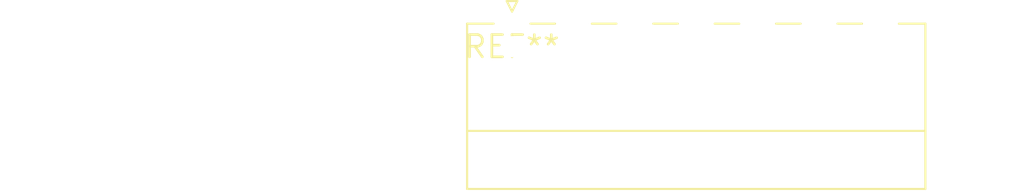
<source format=kicad_pcb>
(kicad_pcb (version 20240108) (generator pcbnew)
  (layers (0 "F.Cu" signal) (31 "B.Cu" signal) (34 "B.Paste" user) (35 "F.Paste" user) (36 "B.SilkS" user "B.Silkscreen") (37 "F.SilkS" user "F.Silkscreen") (38 "B.Mask" user) (39 "F.Mask" user) (44 "Edge.Cuts" user))
  (net 0 "")
  (footprint "PhoenixContact_MC_1,5_7-G-3.5_1x07_P3.50mm_Horizontal" (layer "F.Cu") (at 0 0)
    (property "Reference" "REF**")
    (property "Value" "PhoenixContact_MC_1,5_7-G-3.5_1x07_P3.50mm_Horizontal")
    (fp_line (start -2.56 -1.31) (end -2.56 8.11) (layer "F.SilkS") (stroke (width 0.12)))
    (fp_line (start -2.56 -1.31) (end -1.05 -1.31) (layer "F.SilkS") (stroke (width 0.12)))
    (fp_line (start -2.56 4.8) (end 23.56 4.8) (layer "F.SilkS") (stroke (width 0.12)))
    (fp_line (start -2.56 8.11) (end 23.56 8.11) (layer "F.SilkS") (stroke (width 0.12)))
    (fp_line (start -0.3 -2.6) (end 0.3 -2.6) (layer "F.SilkS") (stroke (width 0.12)))
    (fp_line (start 0 -2) (end -0.3 -2.6) (layer "F.SilkS") (stroke (width 0.12)))
    (fp_line (start 0.3 -2.6) (end 0 -2) (layer "F.SilkS") (stroke (width 0.12)))
    (fp_line (start 1.05 -1.31) (end 2.45 -1.31) (layer "F.SilkS") (stroke (width 0.12)))
    (fp_line (start 4.55 -1.31) (end 5.95 -1.31) (layer "F.SilkS") (stroke (width 0.12)))
    (fp_line (start 8.05 -1.31) (end 9.45 -1.31) (layer "F.SilkS") (stroke (width 0.12)))
    (fp_line (start 11.55 -1.31) (end 12.95 -1.31) (layer "F.SilkS") (stroke (width 0.12)))
    (fp_line (start 15.05 -1.31) (end 16.45 -1.31) (layer "F.SilkS") (stroke (width 0.12)))
    (fp_line (start 18.55 -1.31) (end 19.95 -1.31) (layer "F.SilkS") (stroke (width 0.12)))
    (fp_line (start 23.56 -1.31) (end 22.05 -1.31) (layer "F.SilkS") (stroke (width 0.12)))
    (fp_line (start 23.56 8.11) (end 23.56 -1.31) (layer "F.SilkS") (stroke (width 0.12)))
    (pad "1" thru_hole roundrect (at 0 0) (size 1.8 3.6) (drill 1.2) (layers *.Cu *.Mask) (remove_unused_layers) (roundrect_rratio 0.138889))
    (pad "2" thru_hole oval (at 3.5 0) (size 1.8 3.6) (drill 1.2) (layers *.Cu *.Mask) (remove_unused_layers))
    (pad "3" thru_hole oval (at 7 0) (size 1.8 3.6) (drill 1.2) (layers *.Cu *.Mask) (remove_unused_layers))
    (pad "4" thru_hole oval (at 10.5 0) (size 1.8 3.6) (drill 1.2) (layers *.Cu *.Mask) (remove_unused_layers))
    (pad "5" thru_hole oval (at 14 0) (size 1.8 3.6) (drill 1.2) (layers *.Cu *.Mask) (remove_unused_layers))
    (pad "6" thru_hole oval (at 17.5 0) (size 1.8 3.6) (drill 1.2) (layers *.Cu *.Mask) (remove_unused_layers))
    (pad "7" thru_hole oval (at 21 0) (size 1.8 3.6) (drill 1.2) (layers *.Cu *.Mask) (remove_unused_layers))
  )
)
</source>
